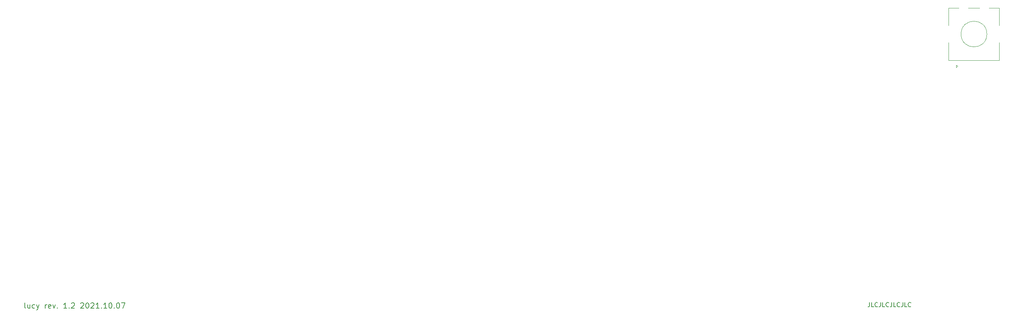
<source format=gto>
G04 #@! TF.GenerationSoftware,KiCad,Pcbnew,(5.1.4-0)*
G04 #@! TF.CreationDate,2021-10-08T11:39:25-05:00*
G04 #@! TF.ProjectId,lucy,6c756379-2e6b-4696-9361-645f70636258,rev?*
G04 #@! TF.SameCoordinates,Original*
G04 #@! TF.FileFunction,Legend,Top*
G04 #@! TF.FilePolarity,Positive*
%FSLAX46Y46*%
G04 Gerber Fmt 4.6, Leading zero omitted, Abs format (unit mm)*
G04 Created by KiCad (PCBNEW (5.1.4-0)) date 2021-10-08 11:39:25*
%MOMM*%
%LPD*%
G04 APERTURE LIST*
%ADD10C,0.200000*%
%ADD11C,0.150000*%
%ADD12C,0.120000*%
%ADD13C,2.540000*%
%ADD14C,1.701800*%
%ADD15C,3.987800*%
%ADD16R,2.000000X2.000000*%
%ADD17C,2.000000*%
%ADD18R,2.000000X3.200000*%
%ADD19C,0.100000*%
%ADD20C,1.803400*%
%ADD21O,1.300000X1.900000*%
%ADD22C,0.650000*%
%ADD23O,1.300000X2.400000*%
G04 APERTURE END LIST*
D10*
X99984070Y-117065476D02*
X99865022Y-117005952D01*
X99805499Y-116886904D01*
X99805499Y-115815476D01*
X100995975Y-116232142D02*
X100995975Y-117065476D01*
X100460260Y-116232142D02*
X100460260Y-116886904D01*
X100519784Y-117005952D01*
X100638832Y-117065476D01*
X100817403Y-117065476D01*
X100936451Y-117005952D01*
X100995975Y-116946428D01*
X102126927Y-117005952D02*
X102007880Y-117065476D01*
X101769784Y-117065476D01*
X101650737Y-117005952D01*
X101591213Y-116946428D01*
X101531689Y-116827380D01*
X101531689Y-116470238D01*
X101591213Y-116351190D01*
X101650737Y-116291666D01*
X101769784Y-116232142D01*
X102007880Y-116232142D01*
X102126927Y-116291666D01*
X102543594Y-116232142D02*
X102841213Y-117065476D01*
X103138832Y-116232142D02*
X102841213Y-117065476D01*
X102722165Y-117363095D01*
X102662641Y-117422619D01*
X102543594Y-117482142D01*
X104567403Y-117065476D02*
X104567403Y-116232142D01*
X104567403Y-116470238D02*
X104626927Y-116351190D01*
X104686451Y-116291666D01*
X104805499Y-116232142D01*
X104924546Y-116232142D01*
X105817403Y-117005952D02*
X105698356Y-117065476D01*
X105460260Y-117065476D01*
X105341213Y-117005952D01*
X105281689Y-116886904D01*
X105281689Y-116410714D01*
X105341213Y-116291666D01*
X105460260Y-116232142D01*
X105698356Y-116232142D01*
X105817403Y-116291666D01*
X105876927Y-116410714D01*
X105876927Y-116529761D01*
X105281689Y-116648809D01*
X106293594Y-116232142D02*
X106591213Y-117065476D01*
X106888832Y-116232142D01*
X107365022Y-116946428D02*
X107424546Y-117005952D01*
X107365022Y-117065476D01*
X107305499Y-117005952D01*
X107365022Y-116946428D01*
X107365022Y-117065476D01*
X109567403Y-117065476D02*
X108853118Y-117065476D01*
X109210260Y-117065476D02*
X109210260Y-115815476D01*
X109091213Y-115994047D01*
X108972165Y-116113095D01*
X108853118Y-116172619D01*
X110103118Y-116946428D02*
X110162641Y-117005952D01*
X110103118Y-117065476D01*
X110043594Y-117005952D01*
X110103118Y-116946428D01*
X110103118Y-117065476D01*
X110638832Y-115934523D02*
X110698356Y-115875000D01*
X110817403Y-115815476D01*
X111115022Y-115815476D01*
X111234070Y-115875000D01*
X111293594Y-115934523D01*
X111353118Y-116053571D01*
X111353118Y-116172619D01*
X111293594Y-116351190D01*
X110579308Y-117065476D01*
X111353118Y-117065476D01*
X112781689Y-115934523D02*
X112841213Y-115875000D01*
X112960260Y-115815476D01*
X113257880Y-115815476D01*
X113376927Y-115875000D01*
X113436451Y-115934523D01*
X113495975Y-116053571D01*
X113495975Y-116172619D01*
X113436451Y-116351190D01*
X112722165Y-117065476D01*
X113495975Y-117065476D01*
X114269784Y-115815476D02*
X114388832Y-115815476D01*
X114507880Y-115875000D01*
X114567403Y-115934523D01*
X114626927Y-116053571D01*
X114686451Y-116291666D01*
X114686451Y-116589285D01*
X114626927Y-116827380D01*
X114567403Y-116946428D01*
X114507880Y-117005952D01*
X114388832Y-117065476D01*
X114269784Y-117065476D01*
X114150737Y-117005952D01*
X114091213Y-116946428D01*
X114031689Y-116827380D01*
X113972165Y-116589285D01*
X113972165Y-116291666D01*
X114031689Y-116053571D01*
X114091213Y-115934523D01*
X114150737Y-115875000D01*
X114269784Y-115815476D01*
X115162641Y-115934523D02*
X115222165Y-115875000D01*
X115341213Y-115815476D01*
X115638832Y-115815476D01*
X115757880Y-115875000D01*
X115817403Y-115934523D01*
X115876927Y-116053571D01*
X115876927Y-116172619D01*
X115817403Y-116351190D01*
X115103118Y-117065476D01*
X115876927Y-117065476D01*
X117067403Y-117065476D02*
X116353118Y-117065476D01*
X116710260Y-117065476D02*
X116710260Y-115815476D01*
X116591213Y-115994047D01*
X116472165Y-116113095D01*
X116353118Y-116172619D01*
X117603118Y-116946428D02*
X117662641Y-117005952D01*
X117603118Y-117065476D01*
X117543594Y-117005952D01*
X117603118Y-116946428D01*
X117603118Y-117065476D01*
X118853118Y-117065476D02*
X118138832Y-117065476D01*
X118495975Y-117065476D02*
X118495975Y-115815476D01*
X118376927Y-115994047D01*
X118257880Y-116113095D01*
X118138832Y-116172619D01*
X119626927Y-115815476D02*
X119745975Y-115815476D01*
X119865022Y-115875000D01*
X119924546Y-115934523D01*
X119984070Y-116053571D01*
X120043594Y-116291666D01*
X120043594Y-116589285D01*
X119984070Y-116827380D01*
X119924546Y-116946428D01*
X119865022Y-117005952D01*
X119745975Y-117065476D01*
X119626927Y-117065476D01*
X119507880Y-117005952D01*
X119448356Y-116946428D01*
X119388832Y-116827380D01*
X119329308Y-116589285D01*
X119329308Y-116291666D01*
X119388832Y-116053571D01*
X119448356Y-115934523D01*
X119507880Y-115875000D01*
X119626927Y-115815476D01*
X120579308Y-116946428D02*
X120638832Y-117005952D01*
X120579308Y-117065476D01*
X120519784Y-117005952D01*
X120579308Y-116946428D01*
X120579308Y-117065476D01*
X121412641Y-115815476D02*
X121531689Y-115815476D01*
X121650737Y-115875000D01*
X121710260Y-115934523D01*
X121769784Y-116053571D01*
X121829308Y-116291666D01*
X121829308Y-116589285D01*
X121769784Y-116827380D01*
X121710260Y-116946428D01*
X121650737Y-117005952D01*
X121531689Y-117065476D01*
X121412641Y-117065476D01*
X121293594Y-117005952D01*
X121234070Y-116946428D01*
X121174546Y-116827380D01*
X121115022Y-116589285D01*
X121115022Y-116291666D01*
X121174546Y-116053571D01*
X121234070Y-115934523D01*
X121293594Y-115875000D01*
X121412641Y-115815476D01*
X122245975Y-115815476D02*
X123079308Y-115815476D01*
X122543594Y-117065476D01*
D11*
X296013577Y-115736694D02*
X296013577Y-116450980D01*
X295965958Y-116593837D01*
X295870720Y-116689075D01*
X295727863Y-116736694D01*
X295632625Y-116736694D01*
X296965958Y-116736694D02*
X296489767Y-116736694D01*
X296489767Y-115736694D01*
X297870720Y-116641456D02*
X297823101Y-116689075D01*
X297680244Y-116736694D01*
X297585005Y-116736694D01*
X297442148Y-116689075D01*
X297346910Y-116593837D01*
X297299291Y-116498599D01*
X297251672Y-116308123D01*
X297251672Y-116165266D01*
X297299291Y-115974790D01*
X297346910Y-115879552D01*
X297442148Y-115784314D01*
X297585005Y-115736694D01*
X297680244Y-115736694D01*
X297823101Y-115784314D01*
X297870720Y-115831933D01*
X298585005Y-115736694D02*
X298585005Y-116450980D01*
X298537386Y-116593837D01*
X298442148Y-116689075D01*
X298299291Y-116736694D01*
X298204053Y-116736694D01*
X299537386Y-116736694D02*
X299061196Y-116736694D01*
X299061196Y-115736694D01*
X300442148Y-116641456D02*
X300394529Y-116689075D01*
X300251672Y-116736694D01*
X300156434Y-116736694D01*
X300013577Y-116689075D01*
X299918339Y-116593837D01*
X299870720Y-116498599D01*
X299823101Y-116308123D01*
X299823101Y-116165266D01*
X299870720Y-115974790D01*
X299918339Y-115879552D01*
X300013577Y-115784314D01*
X300156434Y-115736694D01*
X300251672Y-115736694D01*
X300394529Y-115784314D01*
X300442148Y-115831933D01*
X301156434Y-115736694D02*
X301156434Y-116450980D01*
X301108815Y-116593837D01*
X301013577Y-116689075D01*
X300870720Y-116736694D01*
X300775482Y-116736694D01*
X302108815Y-116736694D02*
X301632625Y-116736694D01*
X301632625Y-115736694D01*
X303013577Y-116641456D02*
X302965958Y-116689075D01*
X302823101Y-116736694D01*
X302727863Y-116736694D01*
X302585005Y-116689075D01*
X302489767Y-116593837D01*
X302442148Y-116498599D01*
X302394529Y-116308123D01*
X302394529Y-116165266D01*
X302442148Y-115974790D01*
X302489767Y-115879552D01*
X302585005Y-115784314D01*
X302727863Y-115736694D01*
X302823101Y-115736694D01*
X302965958Y-115784314D01*
X303013577Y-115831933D01*
X303727863Y-115736694D02*
X303727863Y-116450980D01*
X303680244Y-116593837D01*
X303585005Y-116689075D01*
X303442148Y-116736694D01*
X303346910Y-116736694D01*
X304680244Y-116736694D02*
X304204053Y-116736694D01*
X304204053Y-115736694D01*
X305585005Y-116641456D02*
X305537386Y-116689075D01*
X305394529Y-116736694D01*
X305299291Y-116736694D01*
X305156434Y-116689075D01*
X305061196Y-116593837D01*
X305013577Y-116498599D01*
X304965958Y-116308123D01*
X304965958Y-116165266D01*
X305013577Y-115974790D01*
X305061196Y-115879552D01*
X305156434Y-115784314D01*
X305299291Y-115736694D01*
X305394529Y-115736694D01*
X305537386Y-115784314D01*
X305585005Y-115831933D01*
D12*
X323752725Y-47093950D02*
X326152725Y-47093950D01*
X318952725Y-47093950D02*
X321552725Y-47093950D01*
X314352725Y-47093950D02*
X316752725Y-47093950D01*
X316152725Y-60393950D02*
X316452725Y-60693950D01*
X316152725Y-60993950D02*
X316152725Y-60393950D01*
X316452725Y-60693950D02*
X316152725Y-60993950D01*
X314352725Y-59293950D02*
X326152725Y-59293950D01*
X314352725Y-55193950D02*
X314352725Y-59293950D01*
X326152725Y-55193950D02*
X326152725Y-59293950D01*
X326152725Y-47093950D02*
X326152725Y-51193950D01*
X314352725Y-51193950D02*
X314352725Y-47093950D01*
X323252725Y-53193950D02*
G75*
G03X323252725Y-53193950I-3000000J0D01*
G01*
%LPC*%
D13*
X316468185Y-69691370D03*
X322818185Y-67151370D03*
D14*
X325358185Y-72231370D03*
X315198185Y-72231370D03*
D15*
X320278185Y-72231370D03*
D13*
X121205625Y-50641250D03*
X127555625Y-48101250D03*
D14*
X130095625Y-53181250D03*
X119935625Y-53181250D03*
D15*
X125015625Y-53181250D03*
D13*
X316468185Y-107791530D03*
X322818185Y-105251530D03*
D14*
X325358185Y-110331530D03*
X315198185Y-110331530D03*
D15*
X320278185Y-110331530D03*
D16*
X317752725Y-60693950D03*
D17*
X320252725Y-60693950D03*
X322752725Y-60693950D03*
D18*
X314652725Y-53193950D03*
X325852725Y-53193950D03*
D17*
X317752725Y-46193950D03*
X322752725Y-46193950D03*
D19*
G36*
X192041441Y-55200471D02*
G01*
X192085206Y-55206963D01*
X192128125Y-55217713D01*
X192169783Y-55232619D01*
X192209779Y-55251536D01*
X192247729Y-55274282D01*
X192283266Y-55300638D01*
X192316049Y-55330351D01*
X192345762Y-55363134D01*
X192372118Y-55398671D01*
X192394864Y-55436621D01*
X192413781Y-55476617D01*
X192428687Y-55518275D01*
X192439437Y-55561194D01*
X192445929Y-55604959D01*
X192448100Y-55649150D01*
X192448100Y-56550850D01*
X192445929Y-56595041D01*
X192439437Y-56638806D01*
X192428687Y-56681725D01*
X192413781Y-56723383D01*
X192394864Y-56763379D01*
X192372118Y-56801329D01*
X192345762Y-56836866D01*
X192316049Y-56869649D01*
X192283266Y-56899362D01*
X192247729Y-56925718D01*
X192209779Y-56948464D01*
X192169783Y-56967381D01*
X192128125Y-56982287D01*
X192085206Y-56993037D01*
X192041441Y-56999529D01*
X191997250Y-57001700D01*
X191095550Y-57001700D01*
X191051359Y-56999529D01*
X191007594Y-56993037D01*
X190964675Y-56982287D01*
X190923017Y-56967381D01*
X190883021Y-56948464D01*
X190845071Y-56925718D01*
X190809534Y-56899362D01*
X190776751Y-56869649D01*
X190747038Y-56836866D01*
X190720682Y-56801329D01*
X190697936Y-56763379D01*
X190679019Y-56723383D01*
X190664113Y-56681725D01*
X190653363Y-56638806D01*
X190646871Y-56595041D01*
X190644700Y-56550850D01*
X190644700Y-55649150D01*
X190646871Y-55604959D01*
X190653363Y-55561194D01*
X190664113Y-55518275D01*
X190679019Y-55476617D01*
X190697936Y-55436621D01*
X190720682Y-55398671D01*
X190747038Y-55363134D01*
X190776751Y-55330351D01*
X190809534Y-55300638D01*
X190845071Y-55274282D01*
X190883021Y-55251536D01*
X190923017Y-55232619D01*
X190964675Y-55217713D01*
X191007594Y-55206963D01*
X191051359Y-55200471D01*
X191095550Y-55198300D01*
X191997250Y-55198300D01*
X192041441Y-55200471D01*
X192041441Y-55200471D01*
G37*
D20*
X191546400Y-56100000D03*
X191140000Y-58640000D03*
X191546400Y-61180000D03*
X191140000Y-63720000D03*
X191546400Y-66260000D03*
X191140000Y-68800000D03*
D21*
X92139825Y-43258627D03*
D22*
X93549825Y-46907627D03*
X99329825Y-46907627D03*
D21*
X100739825Y-43258627D03*
D23*
X100739825Y-47458627D03*
X92139825Y-47458627D03*
D15*
X320278125Y-53181250D03*
D14*
X315198125Y-53181250D03*
X325358125Y-53181250D03*
D13*
X322818125Y-48101250D03*
X316468125Y-50641250D03*
X316468185Y-88741450D03*
X322818185Y-86201450D03*
D14*
X325358185Y-91281450D03*
X315198185Y-91281450D03*
D15*
X320278185Y-91281450D03*
D13*
X83105625Y-50641250D03*
X89455625Y-48101250D03*
D14*
X91995625Y-53181250D03*
X81835625Y-53181250D03*
D15*
X86915625Y-53181250D03*
D13*
X102155625Y-50641250D03*
X108505625Y-48101250D03*
D14*
X111045625Y-53181250D03*
X100885625Y-53181250D03*
D15*
X105965625Y-53181250D03*
X144065625Y-53181250D03*
D14*
X138985625Y-53181250D03*
X149145625Y-53181250D03*
D13*
X146605625Y-48101250D03*
X140255625Y-50641250D03*
X159305625Y-50641250D03*
X165655625Y-48101250D03*
D14*
X168195625Y-53181250D03*
X158035625Y-53181250D03*
D15*
X163115625Y-53181250D03*
D13*
X178355625Y-50641250D03*
X184705625Y-48101250D03*
D14*
X187245625Y-53181250D03*
X177085625Y-53181250D03*
D15*
X182165625Y-53181250D03*
D13*
X197405625Y-50641250D03*
X203755625Y-48101250D03*
D14*
X206295625Y-53181250D03*
X196135625Y-53181250D03*
D15*
X201215625Y-53181250D03*
D13*
X216455625Y-50641250D03*
X222805625Y-48101250D03*
D14*
X225345625Y-53181250D03*
X215185625Y-53181250D03*
D15*
X220265625Y-53181250D03*
D13*
X235505625Y-50641250D03*
X241855625Y-48101250D03*
D14*
X244395625Y-53181250D03*
X234235625Y-53181250D03*
D15*
X239315625Y-53181250D03*
D13*
X254555625Y-50641250D03*
X260905625Y-48101250D03*
D14*
X263445625Y-53181250D03*
X253285625Y-53181250D03*
D15*
X258365625Y-53181250D03*
D13*
X273605625Y-50641250D03*
X279955625Y-48101250D03*
D14*
X282495625Y-53181250D03*
X272335625Y-53181250D03*
D15*
X277415625Y-53181250D03*
D13*
X292655625Y-50641250D03*
X299005625Y-48101250D03*
D14*
X301545625Y-53181250D03*
X291385625Y-53181250D03*
D15*
X296465625Y-53181250D03*
D13*
X83105625Y-69691250D03*
X89455625Y-67151250D03*
D14*
X91995625Y-72231250D03*
X81835625Y-72231250D03*
D15*
X86915625Y-72231250D03*
D13*
X102155625Y-69691250D03*
X108505625Y-67151250D03*
D14*
X111045625Y-72231250D03*
X100885625Y-72231250D03*
D15*
X105965625Y-72231250D03*
D13*
X121205625Y-69691250D03*
X127555625Y-67151250D03*
D14*
X130095625Y-72231250D03*
X119935625Y-72231250D03*
D15*
X125015625Y-72231250D03*
D13*
X140260799Y-69691250D03*
X146610799Y-67151250D03*
D14*
X149150799Y-72231250D03*
X138990799Y-72231250D03*
D15*
X144070799Y-72231250D03*
D13*
X159305625Y-69691250D03*
X165655625Y-67151250D03*
D14*
X168195625Y-72231250D03*
X158035625Y-72231250D03*
D15*
X163115625Y-72231250D03*
D13*
X178355625Y-69691250D03*
X184705625Y-67151250D03*
D14*
X187245625Y-72231250D03*
X177085625Y-72231250D03*
D15*
X182165625Y-72231250D03*
D13*
X197405625Y-69691250D03*
X203755625Y-67151250D03*
D14*
X206295625Y-72231250D03*
X196135625Y-72231250D03*
D15*
X201215625Y-72231250D03*
D13*
X216455625Y-69691250D03*
X222805625Y-67151250D03*
D14*
X225345625Y-72231250D03*
X215185625Y-72231250D03*
D15*
X220265625Y-72231250D03*
D13*
X235505625Y-69691250D03*
X241855625Y-67151250D03*
D14*
X244395625Y-72231250D03*
X234235625Y-72231250D03*
D15*
X239315625Y-72231250D03*
D13*
X254555625Y-69691250D03*
X260905625Y-67151250D03*
D14*
X263445625Y-72231250D03*
X253285625Y-72231250D03*
D15*
X258365625Y-72231250D03*
D13*
X273605625Y-69691250D03*
X279955625Y-67151250D03*
D14*
X282495625Y-72231250D03*
X272335625Y-72231250D03*
D15*
X277415625Y-72231250D03*
D13*
X292655625Y-69691250D03*
X299005625Y-67151250D03*
D14*
X301545625Y-72231250D03*
X291385625Y-72231250D03*
D15*
X296465625Y-72231250D03*
D13*
X83105625Y-88741250D03*
X89455625Y-86201250D03*
D14*
X91995625Y-91281250D03*
X81835625Y-91281250D03*
D15*
X86915625Y-91281250D03*
D13*
X102155625Y-88741250D03*
X108505625Y-86201250D03*
D14*
X111045625Y-91281250D03*
X100885625Y-91281250D03*
D15*
X105965625Y-91281250D03*
D13*
X121205625Y-88741250D03*
X127555625Y-86201250D03*
D14*
X130095625Y-91281250D03*
X119935625Y-91281250D03*
D15*
X125015625Y-91281250D03*
D13*
X140255625Y-88741250D03*
X146605625Y-86201250D03*
D14*
X149145625Y-91281250D03*
X138985625Y-91281250D03*
D15*
X144065625Y-91281250D03*
D13*
X159305625Y-88741250D03*
X165655625Y-86201250D03*
D14*
X168195625Y-91281250D03*
X158035625Y-91281250D03*
D15*
X163115625Y-91281250D03*
D13*
X178355625Y-88741250D03*
X184705625Y-86201250D03*
D14*
X187245625Y-91281250D03*
X177085625Y-91281250D03*
D15*
X182165625Y-91281250D03*
D13*
X216455625Y-88741250D03*
X222805625Y-86201250D03*
D14*
X225345625Y-91281250D03*
X215185625Y-91281250D03*
D15*
X220265625Y-91281250D03*
D13*
X235505625Y-88741250D03*
X241855625Y-86201250D03*
D14*
X244395625Y-91281250D03*
X234235625Y-91281250D03*
D15*
X239315625Y-91281250D03*
D13*
X254555625Y-88741250D03*
X260905625Y-86201250D03*
D14*
X263445625Y-91281250D03*
X253285625Y-91281250D03*
D15*
X258365625Y-91281250D03*
D13*
X273605625Y-88741250D03*
X279955625Y-86201250D03*
D14*
X282495625Y-91281250D03*
X272335625Y-91281250D03*
D15*
X277415625Y-91281250D03*
D13*
X83105625Y-107791250D03*
X89455625Y-105251250D03*
D14*
X91995625Y-110331250D03*
X81835625Y-110331250D03*
D15*
X86915625Y-110331250D03*
D13*
X102155625Y-107791250D03*
X108505625Y-105251250D03*
D14*
X111045625Y-110331250D03*
X100885625Y-110331250D03*
D15*
X105965625Y-110331250D03*
D13*
X121205625Y-107791250D03*
X127555625Y-105251250D03*
D14*
X130095625Y-110331250D03*
X119935625Y-110331250D03*
D15*
X125015625Y-110331250D03*
D13*
X140255625Y-107791250D03*
X146605625Y-105251250D03*
D14*
X149145625Y-110331250D03*
X138985625Y-110331250D03*
D15*
X144065625Y-110331250D03*
D13*
X159305625Y-107791250D03*
X165655625Y-105251250D03*
D14*
X168195625Y-110331250D03*
X158035625Y-110331250D03*
D15*
X163115625Y-110331250D03*
D13*
X178355625Y-107791250D03*
X184705625Y-105251250D03*
D14*
X187245625Y-110331250D03*
X177085625Y-110331250D03*
D15*
X182165625Y-110331250D03*
D13*
X216455625Y-107791250D03*
X222805625Y-105251250D03*
D14*
X225345625Y-110331250D03*
X215185625Y-110331250D03*
D15*
X220265625Y-110331250D03*
D13*
X235505625Y-107791250D03*
X241855625Y-105251250D03*
D14*
X244395625Y-110331250D03*
X234235625Y-110331250D03*
D15*
X239315625Y-110331250D03*
D13*
X254555625Y-107791250D03*
X260905625Y-105251250D03*
D14*
X263445625Y-110331250D03*
X253285625Y-110331250D03*
D15*
X258365625Y-110331250D03*
D13*
X273605625Y-107791250D03*
X279955625Y-105251250D03*
D14*
X282495625Y-110331250D03*
X272335625Y-110331250D03*
D15*
X277415625Y-110331250D03*
D13*
X197405625Y-88741250D03*
X203755625Y-86201250D03*
D14*
X206295625Y-91281250D03*
X196135625Y-91281250D03*
D15*
X201215625Y-91281250D03*
D13*
X197405625Y-107791250D03*
X203755625Y-105251250D03*
D14*
X206295625Y-110331250D03*
X196135625Y-110331250D03*
D15*
X201215625Y-110331250D03*
D13*
X292655625Y-88741250D03*
X299005625Y-86201250D03*
D14*
X301545625Y-91281250D03*
X291385625Y-91281250D03*
D15*
X296465625Y-91281250D03*
D13*
X292655625Y-107791250D03*
X299005625Y-105251250D03*
D14*
X301545625Y-110331250D03*
X291385625Y-110331250D03*
D15*
X296465625Y-110331250D03*
M02*

</source>
